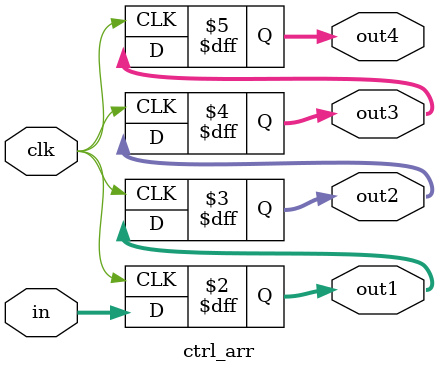
<source format=v>
`timescale 1ns / 1ps

module ctrl_arr #(
    parameter WIDTH=8)(
    input clk,
    input [WIDTH-1:0] in,
    output reg [WIDTH-1:0] out1, out2, out3, out4
);

always@(posedge clk) begin    
    out1 <= in;
    out2 <= out1;
    out3 <= out2;
    out4 <= out3;
end
endmodule

</source>
